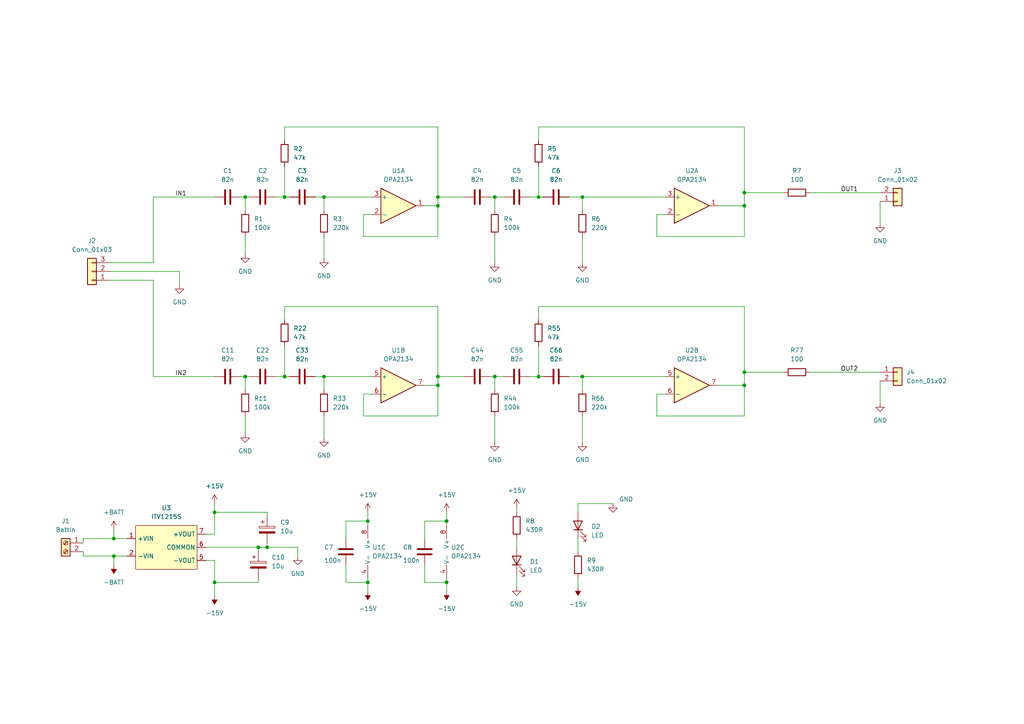
<source format=kicad_sch>
(kicad_sch (version 20211123) (generator eeschema)
  (paper "A4")
  (title_block (title "Infrasonic Filter") (company "James Kincell - Current Sauce"))
  (lib_symbols
    (symbol "A_James:ITV1215S"
      (property "Reference" "U" (at 0 8.89 0))
      (property "Value" "ITV1215S" (at 0 -8.89 0))
      (symbol "ITV1215S_0_1"
        (rectangle (start -8.89 6.35) (end 8.89 -6.35) (fill (type background)))
      )
      (symbol "ITV1215S_1_1"
        (pin power_in line (at -11.43 2.54 0) (length 2.54) (name "+VIN") (number "1"))
        (pin power_in line (at -11.43 -2.54 0) (length 2.54) (name "-VIN") (number "2"))
        (pin power_out line (at 11.43 -3.81 180) (length 2.54) (name "-VOUT") (number "5"))
        (pin passive line (at 11.43 0 180) (length 2.54) (name "COMMON") (number "6"))
        (pin power_out line (at 11.43 3.81 180) (length 2.54) (name "+VOUT") (number "7"))
      )
    )
    (symbol "Amplifier_Operational:OPA2134" (pin_names (offset 0.127))
      (property "Reference" "U" (at 0 5.08 0))
      (property "Value" "OPA2134" (at 0 -5.08 0))
      (symbol "OPA2134_1_1"
        (polyline (pts (xy -5.08 5.08) (xy 5.08 0) (xy -5.08 -5.08) (xy -5.08 5.08)) (stroke (width 0.254)) (fill (type background)))
        (pin output line (at 7.62 0 180) (length 2.54) (name "~") (number "1"))
        (pin input line (at -7.62 -2.54 0) (length 2.54) (name "-") (number "2"))
        (pin input line (at -7.62 2.54 0) (length 2.54) (name "+") (number "3"))
      )
      (symbol "OPA2134_2_1"
        (polyline (pts (xy -5.08 5.08) (xy 5.08 0) (xy -5.08 -5.08) (xy -5.08 5.08)) (stroke (width 0.254)) (fill (type background)))
        (pin input line (at -7.62 2.54 0) (length 2.54) (name "+") (number "5"))
        (pin input line (at -7.62 -2.54 0) (length 2.54) (name "-") (number "6"))
        (pin output line (at 7.62 0 180) (length 2.54) (name "~") (number "7"))
      )
      (symbol "OPA2134_3_1"
        (pin power_in line (at -2.54 -7.62 90) (length 3.81) (name "V-") (number "4"))
        (pin power_in line (at -2.54 7.62 270) (length 3.81) (name "V+") (number "8"))
      )
    )
    (symbol "Connector:Screw_Terminal_01x02" (pin_names (offset 1.016) hide)
      (property "Reference" "J" (at 0 2.54 0))
      (property "Value" "Screw_Terminal_01x02" (at 0 -5.08 0))
      (symbol "Screw_Terminal_01x02_1_1"
        (rectangle (start -1.27 1.27) (end 1.27 -3.81) (stroke (width 0.254)) (fill (type background)))
        (circle (center 0 -2.54) (radius 0.635) (stroke (width 0.1524)))
        (polyline (pts (xy -0.5334 -2.2098) (xy 0.3302 -3.048)) (stroke (width 0.1524)))
        (polyline (pts (xy -0.5334 0.3302) (xy 0.3302 -0.508)) (stroke (width 0.1524)))
        (polyline (pts (xy -0.3556 -2.032) (xy 0.508 -2.8702)) (stroke (width 0.1524)))
        (polyline (pts (xy -0.3556 0.508) (xy 0.508 -0.3302)) (stroke (width 0.1524)))
        (circle (center 0 0) (radius 0.635) (stroke (width 0.1524)))
        (pin passive line (at -5.08 0 0) (length 3.81) (name "Pin_1") (number "1"))
        (pin passive line (at -5.08 -2.54 0) (length 3.81) (name "Pin_2") (number "2"))
      )
    )
    (symbol "Connector_Generic:Conn_01x02" (pin_names (offset 1.016) hide)
      (property "Reference" "J" (at 0 2.54 0))
      (property "Value" "Conn_01x02" (at 0 -5.08 0))
      (symbol "Conn_01x02_1_1"
        (rectangle (start -1.27 -2.413) (end 0 -2.667) (stroke (width 0.1524)))
        (rectangle (start -1.27 0.127) (end 0 -0.127) (stroke (width 0.1524)))
        (rectangle (start -1.27 1.27) (end 1.27 -3.81) (stroke (width 0.254)) (fill (type background)))
        (pin passive line (at -5.08 0 0) (length 3.81) (name "Pin_1") (number "1"))
        (pin passive line (at -5.08 -2.54 0) (length 3.81) (name "Pin_2") (number "2"))
      )
    )
    (symbol "Connector_Generic:Conn_01x03" (pin_names (offset 1.016) hide)
      (property "Reference" "J" (at 0 5.08 0))
      (property "Value" "Conn_01x03" (at 0 -5.08 0))
      (symbol "Conn_01x03_1_1"
        (rectangle (start -1.27 -2.413) (end 0 -2.667) (stroke (width 0.1524)))
        (rectangle (start -1.27 0.127) (end 0 -0.127) (stroke (width 0.1524)))
        (rectangle (start -1.27 2.667) (end 0 2.413) (stroke (width 0.1524)))
        (rectangle (start -1.27 3.81) (end 1.27 -3.81) (stroke (width 0.254)) (fill (type background)))
        (pin passive line (at -5.08 2.54 0) (length 3.81) (name "Pin_1") (number "1"))
        (pin passive line (at -5.08 0 0) (length 3.81) (name "Pin_2") (number "2"))
        (pin passive line (at -5.08 -2.54 0) (length 3.81) (name "Pin_3") (number "3"))
      )
    )
    (symbol "Device:C" (pin_numbers hide) (pin_names (offset 0.254))
      (property "Reference" "C" (at 0.635 2.54 0))
      (property "Value" "C" (at 0.635 -2.54 0))
      (symbol "C_0_1"
        (polyline (pts (xy -2.032 -0.762) (xy 2.032 -0.762)) (stroke (width 0.508)))
        (polyline (pts (xy -2.032 0.762) (xy 2.032 0.762)) (stroke (width 0.508)))
      )
      (symbol "C_1_1"
        (pin passive line (at 0 3.81 270) (length 2.794) (name "~") (number "1"))
        (pin passive line (at 0 -3.81 90) (length 2.794) (name "~") (number "2"))
      )
    )
    (symbol "Device:C_Polarized" (pin_numbers hide) (pin_names (offset 0.254))
      (property "Reference" "C" (at 0.635 2.54 0))
      (property "Value" "C_Polarized" (at 0.635 -2.54 0))
      (symbol "C_Polarized_0_1"
        (rectangle (start -2.286 0.508) (end 2.286 1.016))
        (polyline (pts (xy -1.778 2.286) (xy -0.762 2.286)))
        (polyline (pts (xy -1.27 2.794) (xy -1.27 1.778)))
        (rectangle (start 2.286 -0.508) (end -2.286 -1.016) (fill (type outline)))
      )
      (symbol "C_Polarized_1_1"
        (pin passive line (at 0 3.81 270) (length 2.794) (name "~") (number "1"))
        (pin passive line (at 0 -3.81 90) (length 2.794) (name "~") (number "2"))
      )
    )
    (symbol "Device:LED" (pin_numbers hide) (pin_names (offset 1.016) hide)
      (property "Reference" "D" (at 0 2.54 0))
      (property "Value" "LED" (at 0 -2.54 0))
      (symbol "LED_0_1"
        (polyline (pts (xy -1.27 -1.27) (xy -1.27 1.27)) (stroke (width 0.254)))
        (polyline (pts (xy -1.27 0) (xy 1.27 0)))
        (polyline (pts (xy 1.27 -1.27) (xy 1.27 1.27) (xy -1.27 0) (xy 1.27 -1.27)) (stroke (width 0.254)))
        (polyline (pts (xy -3.048 -0.762) (xy -4.572 -2.286) (xy -3.81 -2.286) (xy -4.572 -2.286) (xy -4.572 -1.524)))
        (polyline (pts (xy -1.778 -0.762) (xy -3.302 -2.286) (xy -2.54 -2.286) (xy -3.302 -2.286) (xy -3.302 -1.524)))
      )
      (symbol "LED_1_1"
        (pin passive line (at -3.81 0 0) (length 2.54) (name "K") (number "1"))
        (pin passive line (at 3.81 0 180) (length 2.54) (name "A") (number "2"))
      )
    )
    (symbol "Device:R" (pin_numbers hide) (pin_names (offset 0))
      (property "Reference" "R" (at 2.032 0 90))
      (property "Value" "R" (at 0 0 90))
      (symbol "R_0_1"
        (rectangle (start -1.016 -2.54) (end 1.016 2.54) (stroke (width 0.254)))
      )
      (symbol "R_1_1"
        (pin passive line (at 0 3.81 270) (length 1.27) (name "~") (number "1"))
        (pin passive line (at 0 -3.81 90) (length 1.27) (name "~") (number "2"))
      )
    )
    (symbol "power:+15V" (power) (pin_names (offset 0))
      (property "Value" "+15V" (at 0 3.556 0))
      (symbol "+15V_0_1"
        (polyline (pts (xy -0.762 1.27) (xy 0 2.54)))
        (polyline (pts (xy 0 0) (xy 0 2.54)))
        (polyline (pts (xy 0 2.54) (xy 0.762 1.27)))
      )
      (symbol "+15V_1_1"
        (pin power_in line (at 0 0 90) (length 0) hide (name "+15V") (number "1"))
      )
    )
    (symbol "power:+BATT" (power) (pin_names (offset 0))
      (property "Value" "+BATT" (at 0 3.556 0))
      (symbol "+BATT_0_1"
        (polyline (pts (xy -0.762 1.27) (xy 0 2.54)))
        (polyline (pts (xy 0 0) (xy 0 2.54)))
        (polyline (pts (xy 0 2.54) (xy 0.762 1.27)))
      )
      (symbol "+BATT_1_1"
        (pin power_in line (at 0 0 90) (length 0) hide (name "+BATT") (number "1"))
      )
    )
    (symbol "power:-15V" (power) (pin_names (offset 0))
      (property "Value" "-15V" (at 0 3.81 0))
      (symbol "-15V_0_0"
        (pin power_in line (at 0 0 90) (length 0) hide (name "-15V") (number "1"))
      )
      (symbol "-15V_0_1"
        (polyline (pts (xy 0 0) (xy 0 1.27) (xy 0.762 1.27) (xy 0 2.54) (xy -0.762 1.27) (xy 0 1.27)) (fill (type outline)))
      )
    )
    (symbol "power:-BATT" (power) (pin_names (offset 0))
      (property "Value" "-BATT" (at 0 3.556 0))
      (symbol "-BATT_0_1"
        (polyline (pts (xy 0 0) (xy 0 2.54)))
        (polyline (pts (xy 0.762 1.27) (xy -0.762 1.27) (xy 0 2.54) (xy 0.762 1.27)) (fill (type outline)))
      )
      (symbol "-BATT_1_1"
        (pin power_in line (at 0 0 90) (length 0) hide (name "-BATT") (number "1"))
      )
    )
    (symbol "power:GND" (power) (pin_names (offset 0))
      (property "Value" "GND" (at 0 -3.81 0))
      (symbol "GND_0_1"
        (polyline (pts (xy 0 0) (xy 0 -1.27) (xy 1.27 -1.27) (xy 0 -2.54) (xy -1.27 -1.27) (xy 0 -1.27)))
      )
      (symbol "GND_1_1"
        (pin power_in line (at 0 0 270) (length 0) hide (name "GND") (number "1"))
      )
    )
  )
  (junction (at 33.02 156.21))
  (junction (at 215.9 111.76))
  (junction (at 215.9 59.69))
  (junction (at 62.23 148.59))
  (junction (at 215.9 107.95))
  (junction (at 168.91 57.15))
  (junction (at 127 109.22))
  (junction (at 168.91 109.22))
  (junction (at 93.98 57.15))
  (junction (at 82.55 109.22))
  (junction (at 127 59.69))
  (junction (at 143.51 109.22))
  (junction (at 71.12 57.15))
  (junction (at 71.12 109.22))
  (junction (at 143.51 57.15))
  (junction (at 106.68 168.91))
  (junction (at 156.21 57.15))
  (junction (at 129.54 151.13))
  (junction (at 129.54 168.91))
  (junction (at 127 57.15))
  (junction (at 127 111.76))
  (junction (at 215.9 55.88))
  (junction (at 33.02 161.29))
  (junction (at 106.68 151.13))
  (junction (at 82.55 57.15))
  (junction (at 156.21 109.22))
  (junction (at 62.23 168.91))
  (junction (at 74.93 158.75))
  (junction (at 77.47 158.75))
  (junction (at 93.98 109.22))
  (wire (pts (xy 105.41 114.3) (xy 105.41 120.65)))
  (wire (pts (xy 123.19 111.76) (xy 127 111.76)))
  (wire (pts (xy 77.47 157.48) (xy 77.47 158.75)))
  (wire (pts (xy 129.54 151.13) (xy 129.54 152.4)))
  (wire (pts (xy 69.85 57.15) (xy 71.12 57.15)))
  (wire (pts (xy 82.55 48.26) (xy 82.55 57.15)))
  (wire (pts (xy 142.24 109.22) (xy 143.51 109.22)))
  (wire (pts (xy 190.5 68.58) (xy 215.9 68.58)))
  (wire (pts (xy 71.12 109.22) (xy 71.12 113.03)))
  (wire (pts (xy 71.12 57.15) (xy 72.39 57.15)))
  (wire (pts (xy 77.47 149.86) (xy 77.47 148.59)))
  (wire (pts (xy 153.67 109.22) (xy 156.21 109.22)))
  (wire (pts (xy 82.55 36.83) (xy 127 36.83)))
  (wire (pts (xy 143.51 57.15) (xy 146.05 57.15)))
  (wire (pts (xy 208.28 59.69) (xy 215.9 59.69)))
  (wire (pts (xy 156.21 48.26) (xy 156.21 57.15)))
  (wire (pts (xy 105.41 62.23) (xy 105.41 68.58)))
  (wire (pts (xy 165.1 109.22) (xy 168.91 109.22)))
  (wire (pts (xy 80.01 57.15) (xy 82.55 57.15)))
  (wire (pts (xy 106.68 148.59) (xy 106.68 151.13)))
  (wire (pts (xy 74.93 158.75) (xy 74.93 160.02)))
  (wire (pts (xy 123.19 59.69) (xy 127 59.69)))
  (wire (pts (xy 105.41 68.58) (xy 127 68.58)))
  (wire (pts (xy 165.1 57.15) (xy 168.91 57.15)))
  (wire (pts (xy 31.75 76.2) (xy 44.45 76.2)))
  (wire (pts (xy 100.33 156.21) (xy 100.33 151.13)))
  (wire (pts (xy 74.93 158.75) (xy 77.47 158.75)))
  (wire (pts (xy 168.91 120.65) (xy 168.91 128.27)))
  (wire (pts (xy 129.54 167.64) (xy 129.54 168.91)))
  (wire (pts (xy 82.55 88.9) (xy 127 88.9)))
  (wire (pts (xy 33.02 153.67) (xy 33.02 156.21)))
  (wire (pts (xy 62.23 168.91) (xy 62.23 172.72)))
  (wire (pts (xy 143.51 109.22) (xy 146.05 109.22)))
  (wire (pts (xy 59.69 162.56) (xy 62.23 162.56)))
  (wire (pts (xy 129.54 168.91) (xy 129.54 171.45)))
  (wire (pts (xy 62.23 146.05) (xy 62.23 148.59)))
  (wire (pts (xy 80.01 109.22) (xy 82.55 109.22)))
  (wire (pts (xy 105.41 120.65) (xy 127 120.65)))
  (wire (pts (xy 149.86 156.21) (xy 149.86 158.75)))
  (wire (pts (xy 93.98 109.22) (xy 107.95 109.22)))
  (wire (pts (xy 190.5 62.23) (xy 190.5 68.58)))
  (wire (pts (xy 168.91 68.58) (xy 168.91 76.2)))
  (wire (pts (xy 156.21 57.15) (xy 157.48 57.15)))
  (wire (pts (xy 215.9 107.95) (xy 215.9 111.76)))
  (wire (pts (xy 44.45 76.2) (xy 44.45 57.15)))
  (wire (pts (xy 255.27 58.42) (xy 255.27 64.77)))
  (wire (pts (xy 71.12 57.15) (xy 71.12 60.96)))
  (wire (pts (xy 33.02 161.29) (xy 36.83 161.29)))
  (wire (pts (xy 143.51 120.65) (xy 143.51 128.27)))
  (wire (pts (xy 149.86 147.32) (xy 149.86 148.59)))
  (wire (pts (xy 156.21 40.64) (xy 156.21 36.83)))
  (wire (pts (xy 24.13 156.21) (xy 33.02 156.21)))
  (wire (pts (xy 193.04 62.23) (xy 190.5 62.23)))
  (wire (pts (xy 190.5 120.65) (xy 215.9 120.65)))
  (wire (pts (xy 215.9 55.88) (xy 227.33 55.88)))
  (wire (pts (xy 93.98 57.15) (xy 93.98 60.96)))
  (wire (pts (xy 215.9 88.9) (xy 215.9 107.95)))
  (wire (pts (xy 33.02 163.83) (xy 33.02 161.29)))
  (wire (pts (xy 123.19 163.83) (xy 123.19 168.91)))
  (wire (pts (xy 153.67 57.15) (xy 156.21 57.15)))
  (wire (pts (xy 143.51 68.58) (xy 143.51 76.2)))
  (wire (pts (xy 82.55 100.33) (xy 82.55 109.22)))
  (wire (pts (xy 167.64 146.05) (xy 167.64 148.59)))
  (wire (pts (xy 62.23 148.59) (xy 77.47 148.59)))
  (wire (pts (xy 71.12 120.65) (xy 71.12 125.73)))
  (wire (pts (xy 167.64 167.64) (xy 167.64 170.18)))
  (wire (pts (xy 44.45 57.15) (xy 62.23 57.15)))
  (wire (pts (xy 142.24 57.15) (xy 143.51 57.15)))
  (wire (pts (xy 129.54 148.59) (xy 129.54 151.13)))
  (wire (pts (xy 149.86 166.37) (xy 149.86 170.18)))
  (wire (pts (xy 215.9 55.88) (xy 215.9 59.69)))
  (wire (pts (xy 127 120.65) (xy 127 111.76)))
  (wire (pts (xy 82.55 40.64) (xy 82.55 36.83)))
  (wire (pts (xy 100.33 168.91) (xy 106.68 168.91)))
  (wire (pts (xy 143.51 109.22) (xy 143.51 113.03)))
  (wire (pts (xy 62.23 148.59) (xy 62.23 154.94)))
  (wire (pts (xy 71.12 109.22) (xy 72.39 109.22)))
  (wire (pts (xy 82.55 57.15) (xy 83.82 57.15)))
  (wire (pts (xy 123.19 168.91) (xy 129.54 168.91)))
  (wire (pts (xy 156.21 92.71) (xy 156.21 88.9)))
  (wire (pts (xy 62.23 168.91) (xy 74.93 168.91)))
  (wire (pts (xy 59.69 154.94) (xy 62.23 154.94)))
  (wire (pts (xy 255.27 110.49) (xy 255.27 116.84)))
  (wire (pts (xy 106.68 168.91) (xy 106.68 171.45)))
  (wire (pts (xy 93.98 109.22) (xy 93.98 113.03)))
  (wire (pts (xy 93.98 68.58) (xy 93.98 74.93)))
  (wire (pts (xy 208.28 111.76) (xy 215.9 111.76)))
  (wire (pts (xy 168.91 57.15) (xy 193.04 57.15)))
  (wire (pts (xy 91.44 109.22) (xy 93.98 109.22)))
  (wire (pts (xy 24.13 160.02) (xy 24.13 161.29)))
  (wire (pts (xy 62.23 162.56) (xy 62.23 168.91)))
  (wire (pts (xy 234.95 55.88) (xy 255.27 55.88)))
  (wire (pts (xy 156.21 88.9) (xy 215.9 88.9)))
  (wire (pts (xy 52.07 78.74) (xy 52.07 82.55)))
  (wire (pts (xy 168.91 57.15) (xy 168.91 60.96)))
  (wire (pts (xy 82.55 92.71) (xy 82.55 88.9)))
  (wire (pts (xy 106.68 167.64) (xy 106.68 168.91)))
  (wire (pts (xy 93.98 57.15) (xy 107.95 57.15)))
  (wire (pts (xy 123.19 156.21) (xy 123.19 151.13)))
  (wire (pts (xy 31.75 81.28) (xy 44.45 81.28)))
  (wire (pts (xy 33.02 156.21) (xy 36.83 156.21)))
  (wire (pts (xy 107.95 62.23) (xy 105.41 62.23)))
  (wire (pts (xy 100.33 151.13) (xy 106.68 151.13)))
  (wire (pts (xy 127 36.83) (xy 127 57.15)))
  (wire (pts (xy 86.36 161.29) (xy 86.36 158.75)))
  (wire (pts (xy 106.68 151.13) (xy 106.68 152.4)))
  (wire (pts (xy 91.44 57.15) (xy 93.98 57.15)))
  (wire (pts (xy 215.9 120.65) (xy 215.9 111.76)))
  (wire (pts (xy 74.93 167.64) (xy 74.93 168.91)))
  (wire (pts (xy 215.9 68.58) (xy 215.9 59.69)))
  (wire (pts (xy 127 57.15) (xy 127 59.69)))
  (wire (pts (xy 167.64 146.05) (xy 177.8 146.05)))
  (wire (pts (xy 59.69 158.75) (xy 74.93 158.75)))
  (wire (pts (xy 127 68.58) (xy 127 59.69)))
  (wire (pts (xy 215.9 107.95) (xy 227.33 107.95)))
  (wire (pts (xy 31.75 78.74) (xy 52.07 78.74)))
  (wire (pts (xy 156.21 36.83) (xy 215.9 36.83)))
  (wire (pts (xy 127 109.22) (xy 134.62 109.22)))
  (wire (pts (xy 69.85 109.22) (xy 71.12 109.22)))
  (wire (pts (xy 143.51 57.15) (xy 143.51 60.96)))
  (wire (pts (xy 167.64 156.21) (xy 167.64 160.02)))
  (wire (pts (xy 168.91 109.22) (xy 168.91 113.03)))
  (wire (pts (xy 234.95 107.95) (xy 255.27 107.95)))
  (wire (pts (xy 77.47 158.75) (xy 86.36 158.75)))
  (wire (pts (xy 82.55 109.22) (xy 83.82 109.22)))
  (wire (pts (xy 190.5 114.3) (xy 190.5 120.65)))
  (wire (pts (xy 44.45 81.28) (xy 44.45 109.22)))
  (wire (pts (xy 215.9 36.83) (xy 215.9 55.88)))
  (wire (pts (xy 127 109.22) (xy 127 111.76)))
  (wire (pts (xy 44.45 109.22) (xy 62.23 109.22)))
  (wire (pts (xy 100.33 163.83) (xy 100.33 168.91)))
  (wire (pts (xy 24.13 161.29) (xy 33.02 161.29)))
  (wire (pts (xy 24.13 157.48) (xy 24.13 156.21)))
  (wire (pts (xy 71.12 68.58) (xy 71.12 73.66)))
  (wire (pts (xy 127 88.9) (xy 127 109.22)))
  (wire (pts (xy 123.19 151.13) (xy 129.54 151.13)))
  (wire (pts (xy 168.91 109.22) (xy 193.04 109.22)))
  (wire (pts (xy 127 57.15) (xy 134.62 57.15)))
  (wire (pts (xy 156.21 109.22) (xy 157.48 109.22)))
  (wire (pts (xy 193.04 114.3) (xy 190.5 114.3)))
  (wire (pts (xy 156.21 100.33) (xy 156.21 109.22)))
  (wire (pts (xy 107.95 114.3) (xy 105.41 114.3)))
  (wire (pts (xy 93.98 120.65) (xy 93.98 127)))
  (label "OUT1" (at 243.84 55.88 0))
  (label "OUT2" (at 243.84 107.95 0))
  (label "IN2" (at 50.8 109.22 0))
  (label "IN1" (at 50.8 57.15 0))
  (symbol (lib_id "power:GND") (at 177.8 146.05 0) (unit 1)
    (property "Reference" "#PWR0122" (effects hide))
    (property "Value" "GND" (at 181.61 144.78 0))
  )
  (symbol (lib_id "Connector:Screw_Terminal_01x02") (at 19.05 157.48 0) (mirror y) (unit 1)
    (property "Reference" "J1" (at 19.05 151.13 0))
    (property "Value" "BattIn" (at 19.05 153.67 0))
    (property "Footprint" "TerminalBlock_Philmore:TerminalBlock_Philmore_TB132_1x02_P5.00mm_Horizontal" (effects hide))
  )
  (symbol (lib_id "power:+15V") (at 129.54 148.59 0) (unit 1)
    (property "Reference" "#PWR0116" (effects hide))
    (property "Value" "+15V" (at 129.54 143.51 0))
  )
  (symbol (lib_id "Device:R") (at 143.51 64.77 0) (unit 1)
    (property "Reference" "R4" (at 146.05 63.4999 0) (effects (justify left)))
    (property "Value" "100k" (at 146.05 66.0399 0) (effects (justify left)))
    (property "Footprint" "Resistor_THT:R_Axial_DIN0207_L6.3mm_D2.5mm_P7.62mm_Horizontal" (effects hide))
  )
  (symbol (lib_id "Amplifier_Operational:OPA2134") (at 115.57 59.69 0) (unit 1)
    (property "Reference" "U1" (at 115.57 49.53 0))
    (property "Value" "OPA2134" (at 115.57 52.07 0))
    (property "Footprint" "Package_DIP:DIP-8_W7.62mm_LongPads" (effects hide))
    (property "Datasheet" "http://www.ti.com/lit/ds/symlink/opa134.pdf" (effects hide))
  )
  (symbol (lib_id "Device:C") (at 66.04 57.15 270) (unit 1)
    (property "Reference" "C1" (at 66.04 49.53 90))
    (property "Value" "82n" (at 66.04 52.07 90))
    (property "Footprint" "Capacitor_THT:C_Disc_D4.7mm_W2.5mm_P5.00mm" (effects hide))
  )
  (symbol (lib_id "power:GND") (at 143.51 128.27 0) (unit 1)
    (property "Reference" "#PWR0121" (effects hide))
    (property "Value" "GND" (at 143.51 133.35 0))
  )
  (symbol (lib_id "power:GND") (at 93.98 74.93 0) (unit 1)
    (property "Reference" "#PWR0104" (effects hide))
    (property "Value" "GND" (at 93.98 80.01 0))
  )
  (symbol (lib_id "Device:C") (at 149.86 109.22 270) (unit 1)
    (property "Reference" "C55" (at 149.86 101.6 90))
    (property "Value" "82n" (at 149.86 104.14 90))
    (property "Footprint" "Capacitor_THT:C_Disc_D4.7mm_W2.5mm_P5.00mm" (effects hide))
  )
  (symbol (lib_id "Device:C_Polarized") (at 74.93 163.83 0) (unit 1)
    (property "Reference" "C10" (at 78.74 161.6709 0) (effects (justify left)))
    (property "Value" "10u" (at 78.74 164.2109 0) (effects (justify left)))
    (property "Footprint" "Capacitor_THT:CP_Radial_D6.3mm_P2.50mm" (effects hide))
  )
  (symbol (lib_id "power:GND") (at 71.12 73.66 0) (unit 1)
    (property "Reference" "#PWR0102" (effects hide))
    (property "Value" "GND" (at 71.12 78.74 0))
  )
  (symbol (lib_id "Amplifier_Operational:OPA2134") (at 115.57 111.76 0) (unit 2)
    (property "Reference" "U1" (at 115.57 101.6 0))
    (property "Value" "OPA2134" (at 115.57 104.14 0))
    (property "Footprint" "Package_DIP:DIP-8_W7.62mm_LongPads" (effects hide))
    (property "Datasheet" "http://www.ti.com/lit/ds/symlink/opa134.pdf" (effects hide))
  )
  (symbol (lib_id "Amplifier_Operational:OPA2134") (at 200.66 111.76 0) (unit 2)
    (property "Reference" "U2" (at 200.66 101.6 0))
    (property "Value" "OPA2134" (at 200.66 104.14 0))
    (property "Footprint" "Package_DIP:DIP-8_W7.62mm_LongPads" (effects hide))
    (property "Datasheet" "http://www.ti.com/lit/ds/symlink/opa134.pdf" (effects hide))
  )
  (symbol (lib_id "Device:R") (at 168.91 116.84 0) (unit 1)
    (property "Reference" "R66" (at 171.45 115.5699 0) (effects (justify left)))
    (property "Value" "220k" (at 171.45 118.1099 0) (effects (justify left)))
    (property "Footprint" "Resistor_THT:R_Axial_DIN0207_L6.3mm_D2.5mm_P7.62mm_Horizontal" (effects hide))
  )
  (symbol (lib_id "Device:R") (at 82.55 44.45 0) (unit 1)
    (property "Reference" "R2" (at 85.09 43.1799 0) (effects (justify left)))
    (property "Value" "47k" (at 85.09 45.7199 0) (effects (justify left)))
    (property "Footprint" "Resistor_THT:R_Axial_DIN0207_L6.3mm_D2.5mm_P7.62mm_Horizontal" (effects hide))
  )
  (symbol (lib_id "power:GND") (at 255.27 64.77 0) (unit 1)
    (property "Reference" "#PWR0111" (effects hide))
    (property "Value" "GND" (at 255.27 69.85 0))
  )
  (symbol (lib_id "Device:R") (at 143.51 116.84 0) (unit 1)
    (property "Reference" "R44" (at 146.05 115.5699 0) (effects (justify left)))
    (property "Value" "100k" (at 146.05 118.1099 0) (effects (justify left)))
    (property "Footprint" "Resistor_THT:R_Axial_DIN0207_L6.3mm_D2.5mm_P7.62mm_Horizontal" (effects hide))
  )
  (symbol (lib_id "Device:C") (at 87.63 57.15 270) (unit 1)
    (property "Reference" "C3" (at 87.63 49.53 90))
    (property "Value" "82n" (at 87.63 52.07 90))
    (property "Footprint" "Capacitor_THT:C_Disc_D4.7mm_W2.5mm_P5.00mm" (effects hide))
  )
  (symbol (lib_id "A_James:ITV1215S") (at 48.26 158.75 0) (unit 1)
    (property "Reference" "U3" (at 48.26 147.32 0))
    (property "Value" "ITV1215S" (at 48.26 149.86 0))
    (property "Footprint" "A_James:XP_Power_ITV_Dual" (effects hide))
  )
  (symbol (lib_id "Device:R") (at 156.21 96.52 0) (unit 1)
    (property "Reference" "R55" (at 158.75 95.2499 0) (effects (justify left)))
    (property "Value" "47k" (at 158.75 97.7899 0) (effects (justify left)))
    (property "Footprint" "Resistor_THT:R_Axial_DIN0207_L6.3mm_D2.5mm_P7.62mm_Horizontal" (effects hide))
  )
  (symbol (lib_id "Device:R") (at 231.14 107.95 90) (unit 1)
    (property "Reference" "R77" (at 231.14 101.6 90))
    (property "Value" "100" (at 231.14 104.14 90))
    (property "Footprint" "Resistor_THT:R_Axial_DIN0207_L6.3mm_D2.5mm_P7.62mm_Horizontal" (effects hide))
  )
  (symbol (lib_id "power:GND") (at 86.36 161.29 0) (unit 1)
    (property "Reference" "#PWR0109" (effects hide))
    (property "Value" "GND" (at 86.36 166.37 0))
  )
  (symbol (lib_id "power:GND") (at 255.27 116.84 0) (unit 1)
    (property "Reference" "#PWR0110" (effects hide))
    (property "Value" "GND" (at 255.27 121.92 0))
  )
  (symbol (lib_id "Amplifier_Operational:OPA2134") (at 200.66 59.69 0) (unit 1)
    (property "Reference" "U2" (at 200.66 49.53 0))
    (property "Value" "OPA2134" (at 200.66 52.07 0))
    (property "Footprint" "Package_DIP:DIP-8_W7.62mm_LongPads" (effects hide))
    (property "Datasheet" "http://www.ti.com/lit/ds/symlink/opa134.pdf" (effects hide))
  )
  (symbol (lib_id "power:+15V") (at 62.23 146.05 0) (unit 1)
    (property "Reference" "#PWR0107" (effects hide))
    (property "Value" "+15V" (at 62.23 140.97 0))
  )
  (symbol (lib_id "Device:R") (at 93.98 116.84 0) (unit 1)
    (property "Reference" "R33" (at 96.52 115.5699 0) (effects (justify left)))
    (property "Value" "220k" (at 96.52 118.1099 0) (effects (justify left)))
    (property "Footprint" "Resistor_THT:R_Axial_DIN0207_L6.3mm_D2.5mm_P7.62mm_Horizontal" (effects hide))
  )
  (symbol (lib_id "power:-15V") (at 129.54 171.45 180) (unit 1)
    (property "Reference" "#PWR0115" (effects hide))
    (property "Value" "-15V" (at 129.54 176.53 0))
  )
  (symbol (lib_id "Connector_Generic:Conn_01x02") (at 260.35 58.42 0) (mirror x) (unit 1)
    (property "Reference" "J3" (at 260.35 49.53 0))
    (property "Value" "Conn_01x02" (at 260.35 52.07 0))
    (property "Footprint" "Connector_Molex:Molex_KK-254_AE-6410-02A_1x02_P2.54mm_Vertical" (effects hide))
  )
  (symbol (lib_id "Device:C") (at 138.43 57.15 270) (unit 1)
    (property "Reference" "C4" (at 138.43 49.53 90))
    (property "Value" "82n" (at 138.43 52.07 90))
    (property "Footprint" "Capacitor_THT:C_Disc_D4.7mm_W2.5mm_P5.00mm" (effects hide))
  )
  (symbol (lib_id "Amplifier_Operational:OPA2134") (at 132.08 160.02 0) (unit 3)
    (property "Reference" "U2" (at 130.81 158.7499 0) (effects (justify left)))
    (property "Value" "OPA2134" (at 130.81 161.2899 0) (effects (justify left)))
    (property "Footprint" "Package_DIP:DIP-8_W7.62mm_LongPads" (effects hide))
    (property "Datasheet" "http://www.ti.com/lit/ds/symlink/opa134.pdf" (effects hide))
  )
  (symbol (lib_id "power:+BATT") (at 33.02 153.67 0) (unit 1)
    (property "Reference" "#PWR0118" (effects hide))
    (property "Value" "+BATT" (at 33.02 148.59 0))
  )
  (symbol (lib_id "power:GND") (at 71.12 125.73 0) (unit 1)
    (property "Reference" "#PWR0105" (effects hide))
    (property "Value" "GND" (at 71.12 130.81 0))
  )
  (symbol (lib_id "Device:C") (at 123.19 160.02 0) (unit 1)
    (property "Reference" "C8" (at 116.84 158.75 0) (effects (justify left)))
    (property "Value" "100n" (at 116.84 162.56 0) (effects (justify left)))
    (property "Footprint" "Capacitor_THT:C_Rect_L4.6mm_W3.0mm_P2.50mm_MKS02_FKP02" (effects hide))
  )
  (symbol (lib_id "Device:C") (at 100.33 160.02 0) (unit 1)
    (property "Reference" "C7" (at 93.98 158.75 0) (effects (justify left)))
    (property "Value" "100n" (at 93.98 162.56 0) (effects (justify left)))
    (property "Footprint" "Capacitor_THT:C_Rect_L4.6mm_W3.0mm_P2.50mm_MKS02_FKP02" (effects hide))
  )
  (symbol (lib_id "power:GND") (at 143.51 76.2 0) (unit 1)
    (property "Reference" "#PWR0101" (effects hide))
    (property "Value" "GND" (at 143.51 81.28 0))
  )
  (symbol (lib_id "Device:R") (at 167.64 163.83 0) (unit 1)
    (property "Reference" "R9" (at 170.18 162.5599 0) (effects (justify left)))
    (property "Value" "430R" (at 170.18 165.0999 0) (effects (justify left)))
    (property "Footprint" "Resistor_THT:R_Axial_DIN0207_L6.3mm_D2.5mm_P7.62mm_Horizontal" (effects hide))
  )
  (symbol (lib_id "power:+15V") (at 106.68 148.59 0) (unit 1)
    (property "Reference" "#PWR0114" (effects hide))
    (property "Value" "+15V" (at 106.68 143.51 0))
  )
  (symbol (lib_id "power:-15V") (at 106.68 171.45 180) (unit 1)
    (property "Reference" "#PWR0113" (effects hide))
    (property "Value" "-15V" (at 106.68 176.53 0))
  )
  (symbol (lib_id "power:-15V") (at 167.64 170.18 180) (unit 1)
    (property "Reference" "#PWR0124" (effects hide))
    (property "Value" "-15V" (at 167.64 175.26 0))
  )
  (symbol (lib_id "power:GND") (at 168.91 76.2 0) (unit 1)
    (property "Reference" "#PWR0112" (effects hide))
    (property "Value" "GND" (at 168.91 81.28 0))
  )
  (symbol (lib_id "Device:LED") (at 167.64 152.4 90) (unit 1)
    (property "Reference" "D2" (at 171.45 152.7174 90) (effects (justify right)))
    (property "Value" "LED" (at 171.45 155.2574 90) (effects (justify right)))
    (property "Footprint" "LED_THT:LED_D5.0mm" (effects hide))
  )
  (symbol (lib_id "power:GND") (at 168.91 128.27 0) (unit 1)
    (property "Reference" "#PWR0123" (effects hide))
    (property "Value" "GND" (at 168.91 133.35 0))
  )
  (symbol (lib_id "Device:LED") (at 149.86 162.56 90) (unit 1)
    (property "Reference" "D1" (at 153.67 162.8774 90) (effects (justify right)))
    (property "Value" "LED" (at 153.67 165.4174 90) (effects (justify right)))
    (property "Footprint" "LED_THT:LED_D5.0mm" (effects hide))
  )
  (symbol (lib_id "Device:R") (at 82.55 96.52 0) (unit 1)
    (property "Reference" "R22" (at 85.09 95.2499 0) (effects (justify left)))
    (property "Value" "47k" (at 85.09 97.7899 0) (effects (justify left)))
    (property "Footprint" "Resistor_THT:R_Axial_DIN0207_L6.3mm_D2.5mm_P7.62mm_Horizontal" (effects hide))
  )
  (symbol (lib_id "Device:C") (at 138.43 109.22 270) (unit 1)
    (property "Reference" "C44" (at 138.43 101.6 90))
    (property "Value" "82n" (at 138.43 104.14 90))
    (property "Footprint" "Capacitor_THT:C_Disc_D4.7mm_W2.5mm_P5.00mm" (effects hide))
  )
  (symbol (lib_id "Connector_Generic:Conn_01x02") (at 260.35 107.95 0) (unit 1)
    (property "Reference" "J4" (at 262.89 107.9499 0) (effects (justify left)))
    (property "Value" "Conn_01x02" (at 262.89 110.4899 0) (effects (justify left)))
    (property "Footprint" "Connector_Molex:Molex_KK-254_AE-6410-02A_1x02_P2.54mm_Vertical" (effects hide))
  )
  (symbol (lib_id "Device:C") (at 66.04 109.22 270) (unit 1)
    (property "Reference" "C11" (at 66.04 101.6 90))
    (property "Value" "82n" (at 66.04 104.14 90))
    (property "Footprint" "Capacitor_THT:C_Disc_D4.7mm_W2.5mm_P5.00mm" (effects hide))
  )
  (symbol (lib_id "power:GND") (at 149.86 170.18 0) (unit 1)
    (property "Reference" "#PWR0119" (effects hide))
    (property "Value" "GND" (at 149.86 175.26 0))
  )
  (symbol (lib_id "Device:C") (at 161.29 57.15 270) (unit 1)
    (property "Reference" "C6" (at 161.29 49.53 90))
    (property "Value" "82n" (at 161.29 52.07 90))
    (property "Footprint" "Capacitor_THT:C_Disc_D4.7mm_W2.5mm_P5.00mm" (effects hide))
  )
  (symbol (lib_id "power:-15V") (at 62.23 172.72 180) (unit 1)
    (property "Reference" "#PWR0106" (effects hide))
    (property "Value" "-15V" (at 62.23 177.8 0))
  )
  (symbol (lib_id "Device:R") (at 231.14 55.88 90) (unit 1)
    (property "Reference" "R7" (at 231.14 49.53 90))
    (property "Value" "100" (at 231.14 52.07 90))
    (property "Footprint" "Resistor_THT:R_Axial_DIN0207_L6.3mm_D2.5mm_P7.62mm_Horizontal" (effects hide))
  )
  (symbol (lib_id "power:GND") (at 52.07 82.55 0) (unit 1)
    (property "Reference" "#PWR0103" (effects hide))
    (property "Value" "GND" (at 52.07 87.63 0))
  )
  (symbol (lib_id "Connector_Generic:Conn_01x03") (at 26.67 78.74 180) (unit 1)
    (property "Reference" "J2" (at 26.67 69.85 0))
    (property "Value" "Conn_01x03" (at 26.67 72.39 0))
    (property "Footprint" "Connector_Molex:Molex_KK-254_AE-6410-03A_1x03_P2.54mm_Vertical" (effects hide))
  )
  (symbol (lib_id "power:-BATT") (at 33.02 163.83 180) (unit 1)
    (property "Reference" "#PWR0117" (effects hide))
    (property "Value" "-BATT" (at 33.02 168.91 0))
  )
  (symbol (lib_id "Device:C") (at 149.86 57.15 270) (unit 1)
    (property "Reference" "C5" (at 149.86 49.53 90))
    (property "Value" "82n" (at 149.86 52.07 90))
    (property "Footprint" "Capacitor_THT:C_Disc_D4.7mm_W2.5mm_P5.00mm" (effects hide))
  )
  (symbol (lib_id "Device:C") (at 87.63 109.22 270) (unit 1)
    (property "Reference" "C33" (at 87.63 101.6 90))
    (property "Value" "82n" (at 87.63 104.14 90))
    (property "Footprint" "Capacitor_THT:C_Disc_D4.7mm_W2.5mm_P5.00mm" (effects hide))
  )
  (symbol (lib_id "Device:C") (at 76.2 57.15 270) (unit 1)
    (property "Reference" "C2" (at 76.2 49.53 90))
    (property "Value" "82n" (at 76.2 52.07 90))
    (property "Footprint" "Capacitor_THT:C_Disc_D4.7mm_W2.5mm_P5.00mm" (effects hide))
  )
  (symbol (lib_id "Device:C") (at 161.29 109.22 270) (unit 1)
    (property "Reference" "C66" (at 161.29 101.6 90))
    (property "Value" "82n" (at 161.29 104.14 90))
    (property "Footprint" "Capacitor_THT:C_Disc_D4.7mm_W2.5mm_P5.00mm" (effects hide))
  )
  (symbol (lib_id "Device:R") (at 156.21 44.45 0) (unit 1)
    (property "Reference" "R5" (at 158.75 43.1799 0) (effects (justify left)))
    (property "Value" "47k" (at 158.75 45.7199 0) (effects (justify left)))
    (property "Footprint" "Resistor_THT:R_Axial_DIN0207_L6.3mm_D2.5mm_P7.62mm_Horizontal" (effects hide))
  )
  (symbol (lib_id "Device:R") (at 71.12 116.84 0) (unit 1)
    (property "Reference" "R11" (at 73.66 115.5699 0) (effects (justify left)))
    (property "Value" "100k" (at 73.66 118.1099 0) (effects (justify left)))
    (property "Footprint" "Resistor_THT:R_Axial_DIN0207_L6.3mm_D2.5mm_P7.62mm_Horizontal" (effects hide))
  )
  (symbol (lib_id "Device:R") (at 93.98 64.77 0) (unit 1)
    (property "Reference" "R3" (at 96.52 63.4999 0) (effects (justify left)))
    (property "Value" "220k" (at 96.52 66.0399 0) (effects (justify left)))
    (property "Footprint" "Resistor_THT:R_Axial_DIN0207_L6.3mm_D2.5mm_P7.62mm_Horizontal" (effects hide))
  )
  (symbol (lib_id "Device:R") (at 149.86 152.4 0) (unit 1)
    (property "Reference" "R8" (at 152.4 151.1299 0) (effects (justify left)))
    (property "Value" "430R" (at 152.4 153.6699 0) (effects (justify left)))
    (property "Footprint" "Resistor_THT:R_Axial_DIN0207_L6.3mm_D2.5mm_P7.62mm_Horizontal" (effects hide))
  )
  (symbol (lib_id "Device:C") (at 76.2 109.22 270) (unit 1)
    (property "Reference" "C22" (at 76.2 101.6 90))
    (property "Value" "82n" (at 76.2 104.14 90))
    (property "Footprint" "Capacitor_THT:C_Disc_D4.7mm_W2.5mm_P5.00mm" (effects hide))
  )
  (symbol (lib_id "Amplifier_Operational:OPA2134") (at 109.22 160.02 0) (unit 3)
    (property "Reference" "U1" (at 107.95 158.7499 0) (effects (justify left)))
    (property "Value" "OPA2134" (at 107.95 161.2899 0) (effects (justify left)))
    (property "Footprint" "Package_DIP:DIP-8_W7.62mm_LongPads" (effects hide))
    (property "Datasheet" "http://www.ti.com/lit/ds/symlink/opa134.pdf" (effects hide))
  )
  (symbol (lib_id "power:+15V") (at 149.86 147.32 0) (unit 1)
    (property "Reference" "#PWR0120" (effects hide))
    (property "Value" "+15V" (at 149.86 142.24 0))
  )
  (symbol (lib_id "Device:R") (at 71.12 64.77 0) (unit 1)
    (property "Reference" "R1" (at 73.66 63.4999 0) (effects (justify left)))
    (property "Value" "100k" (at 73.66 66.0399 0) (effects (justify left)))
    (property "Footprint" "Resistor_THT:R_Axial_DIN0207_L6.3mm_D2.5mm_P7.62mm_Horizontal" (effects hide))
  )
  (symbol (lib_id "power:GND") (at 93.98 127 0) (unit 1)
    (property "Reference" "#PWR0108" (effects hide))
    (property "Value" "GND" (at 93.98 132.08 0))
  )
  (symbol (lib_id "Device:C_Polarized") (at 77.47 153.67 0) (unit 1)
    (property "Reference" "C9" (at 81.28 151.5109 0) (effects (justify left)))
    (property "Value" "10u" (at 81.28 154.0509 0) (effects (justify left)))
    (property "Footprint" "Capacitor_THT:CP_Radial_D6.3mm_P2.50mm" (effects hide))
  )
  (symbol (lib_id "Device:R") (at 168.91 64.77 0) (unit 1)
    (property "Reference" "R6" (at 171.45 63.4999 0) (effects (justify left)))
    (property "Value" "220k" (at 171.45 66.0399 0) (effects (justify left)))
    (property "Footprint" "Resistor_THT:R_Axial_DIN0207_L6.3mm_D2.5mm_P7.62mm_Horizontal" (effects hide))
  )
)
</source>
